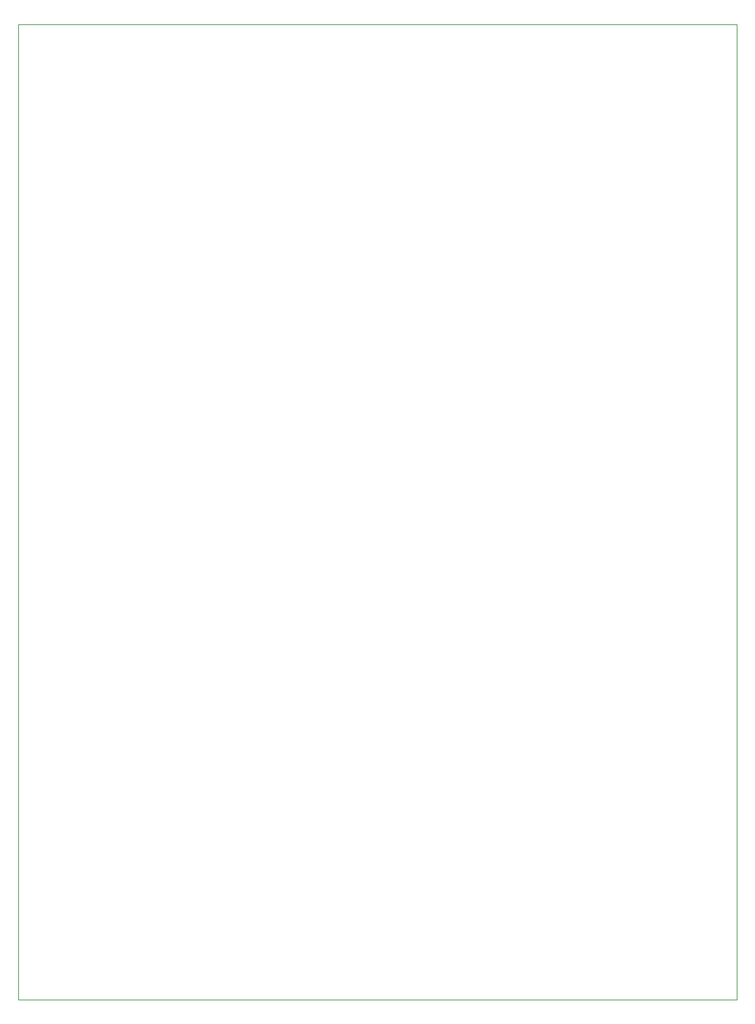
<source format=gbr>
%TF.GenerationSoftware,KiCad,Pcbnew,9.0.0*%
%TF.CreationDate,2025-03-28T14:39:21-04:00*%
%TF.ProjectId,GatorGrid,4761746f-7247-4726-9964-2e6b69636164,rev?*%
%TF.SameCoordinates,Original*%
%TF.FileFunction,Profile,NP*%
%FSLAX46Y46*%
G04 Gerber Fmt 4.6, Leading zero omitted, Abs format (unit mm)*
G04 Created by KiCad (PCBNEW 9.0.0) date 2025-03-28 14:39:21*
%MOMM*%
%LPD*%
G01*
G04 APERTURE LIST*
%TA.AperFunction,Profile*%
%ADD10C,0.050000*%
%TD*%
G04 APERTURE END LIST*
D10*
X101000000Y-33000000D02*
X191000000Y-33000000D01*
X191000000Y-155000000D01*
X101000000Y-155000000D01*
X101000000Y-33000000D01*
M02*

</source>
